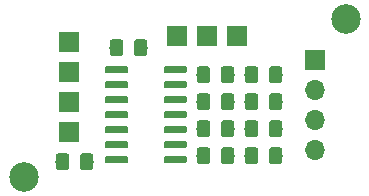
<source format=gbr>
G04 #@! TF.GenerationSoftware,KiCad,Pcbnew,5.1.2-f72e74a~84~ubuntu18.04.1*
G04 #@! TF.CreationDate,2019-07-02T23:06:04+08:00*
G04 #@! TF.ProjectId,cs4354-daughterboard,63733433-3534-42d6-9461-756768746572,rev?*
G04 #@! TF.SameCoordinates,Original*
G04 #@! TF.FileFunction,Soldermask,Top*
G04 #@! TF.FilePolarity,Negative*
%FSLAX46Y46*%
G04 Gerber Fmt 4.6, Leading zero omitted, Abs format (unit mm)*
G04 Created by KiCad (PCBNEW 5.1.2-f72e74a~84~ubuntu18.04.1) date 2019-07-02 23:06:04*
%MOMM*%
%LPD*%
G04 APERTURE LIST*
%ADD10C,2.500000*%
%ADD11C,0.100000*%
%ADD12C,1.150000*%
%ADD13C,0.600000*%
%ADD14R,1.700000X1.700000*%
%ADD15O,1.700000X1.700000*%
G04 APERTURE END LIST*
D10*
X151511000Y-58547000D03*
X124206000Y-71882000D03*
D11*
G36*
X141836505Y-67119204D02*
G01*
X141860773Y-67122804D01*
X141884572Y-67128765D01*
X141907671Y-67137030D01*
X141929850Y-67147520D01*
X141950893Y-67160132D01*
X141970599Y-67174747D01*
X141988777Y-67191223D01*
X142005253Y-67209401D01*
X142019868Y-67229107D01*
X142032480Y-67250150D01*
X142042970Y-67272329D01*
X142051235Y-67295428D01*
X142057196Y-67319227D01*
X142060796Y-67343495D01*
X142062000Y-67367999D01*
X142062000Y-68268001D01*
X142060796Y-68292505D01*
X142057196Y-68316773D01*
X142051235Y-68340572D01*
X142042970Y-68363671D01*
X142032480Y-68385850D01*
X142019868Y-68406893D01*
X142005253Y-68426599D01*
X141988777Y-68444777D01*
X141970599Y-68461253D01*
X141950893Y-68475868D01*
X141929850Y-68488480D01*
X141907671Y-68498970D01*
X141884572Y-68507235D01*
X141860773Y-68513196D01*
X141836505Y-68516796D01*
X141812001Y-68518000D01*
X141161999Y-68518000D01*
X141137495Y-68516796D01*
X141113227Y-68513196D01*
X141089428Y-68507235D01*
X141066329Y-68498970D01*
X141044150Y-68488480D01*
X141023107Y-68475868D01*
X141003401Y-68461253D01*
X140985223Y-68444777D01*
X140968747Y-68426599D01*
X140954132Y-68406893D01*
X140941520Y-68385850D01*
X140931030Y-68363671D01*
X140922765Y-68340572D01*
X140916804Y-68316773D01*
X140913204Y-68292505D01*
X140912000Y-68268001D01*
X140912000Y-67367999D01*
X140913204Y-67343495D01*
X140916804Y-67319227D01*
X140922765Y-67295428D01*
X140931030Y-67272329D01*
X140941520Y-67250150D01*
X140954132Y-67229107D01*
X140968747Y-67209401D01*
X140985223Y-67191223D01*
X141003401Y-67174747D01*
X141023107Y-67160132D01*
X141044150Y-67147520D01*
X141066329Y-67137030D01*
X141089428Y-67128765D01*
X141113227Y-67122804D01*
X141137495Y-67119204D01*
X141161999Y-67118000D01*
X141812001Y-67118000D01*
X141836505Y-67119204D01*
X141836505Y-67119204D01*
G37*
D12*
X141487000Y-67818000D03*
D11*
G36*
X139786505Y-67119204D02*
G01*
X139810773Y-67122804D01*
X139834572Y-67128765D01*
X139857671Y-67137030D01*
X139879850Y-67147520D01*
X139900893Y-67160132D01*
X139920599Y-67174747D01*
X139938777Y-67191223D01*
X139955253Y-67209401D01*
X139969868Y-67229107D01*
X139982480Y-67250150D01*
X139992970Y-67272329D01*
X140001235Y-67295428D01*
X140007196Y-67319227D01*
X140010796Y-67343495D01*
X140012000Y-67367999D01*
X140012000Y-68268001D01*
X140010796Y-68292505D01*
X140007196Y-68316773D01*
X140001235Y-68340572D01*
X139992970Y-68363671D01*
X139982480Y-68385850D01*
X139969868Y-68406893D01*
X139955253Y-68426599D01*
X139938777Y-68444777D01*
X139920599Y-68461253D01*
X139900893Y-68475868D01*
X139879850Y-68488480D01*
X139857671Y-68498970D01*
X139834572Y-68507235D01*
X139810773Y-68513196D01*
X139786505Y-68516796D01*
X139762001Y-68518000D01*
X139111999Y-68518000D01*
X139087495Y-68516796D01*
X139063227Y-68513196D01*
X139039428Y-68507235D01*
X139016329Y-68498970D01*
X138994150Y-68488480D01*
X138973107Y-68475868D01*
X138953401Y-68461253D01*
X138935223Y-68444777D01*
X138918747Y-68426599D01*
X138904132Y-68406893D01*
X138891520Y-68385850D01*
X138881030Y-68363671D01*
X138872765Y-68340572D01*
X138866804Y-68316773D01*
X138863204Y-68292505D01*
X138862000Y-68268001D01*
X138862000Y-67367999D01*
X138863204Y-67343495D01*
X138866804Y-67319227D01*
X138872765Y-67295428D01*
X138881030Y-67272329D01*
X138891520Y-67250150D01*
X138904132Y-67229107D01*
X138918747Y-67209401D01*
X138935223Y-67191223D01*
X138953401Y-67174747D01*
X138973107Y-67160132D01*
X138994150Y-67147520D01*
X139016329Y-67137030D01*
X139039428Y-67128765D01*
X139063227Y-67122804D01*
X139087495Y-67119204D01*
X139111999Y-67118000D01*
X139762001Y-67118000D01*
X139786505Y-67119204D01*
X139786505Y-67119204D01*
G37*
D12*
X139437000Y-67818000D03*
D11*
G36*
X145900505Y-69405204D02*
G01*
X145924773Y-69408804D01*
X145948572Y-69414765D01*
X145971671Y-69423030D01*
X145993850Y-69433520D01*
X146014893Y-69446132D01*
X146034599Y-69460747D01*
X146052777Y-69477223D01*
X146069253Y-69495401D01*
X146083868Y-69515107D01*
X146096480Y-69536150D01*
X146106970Y-69558329D01*
X146115235Y-69581428D01*
X146121196Y-69605227D01*
X146124796Y-69629495D01*
X146126000Y-69653999D01*
X146126000Y-70554001D01*
X146124796Y-70578505D01*
X146121196Y-70602773D01*
X146115235Y-70626572D01*
X146106970Y-70649671D01*
X146096480Y-70671850D01*
X146083868Y-70692893D01*
X146069253Y-70712599D01*
X146052777Y-70730777D01*
X146034599Y-70747253D01*
X146014893Y-70761868D01*
X145993850Y-70774480D01*
X145971671Y-70784970D01*
X145948572Y-70793235D01*
X145924773Y-70799196D01*
X145900505Y-70802796D01*
X145876001Y-70804000D01*
X145225999Y-70804000D01*
X145201495Y-70802796D01*
X145177227Y-70799196D01*
X145153428Y-70793235D01*
X145130329Y-70784970D01*
X145108150Y-70774480D01*
X145087107Y-70761868D01*
X145067401Y-70747253D01*
X145049223Y-70730777D01*
X145032747Y-70712599D01*
X145018132Y-70692893D01*
X145005520Y-70671850D01*
X144995030Y-70649671D01*
X144986765Y-70626572D01*
X144980804Y-70602773D01*
X144977204Y-70578505D01*
X144976000Y-70554001D01*
X144976000Y-69653999D01*
X144977204Y-69629495D01*
X144980804Y-69605227D01*
X144986765Y-69581428D01*
X144995030Y-69558329D01*
X145005520Y-69536150D01*
X145018132Y-69515107D01*
X145032747Y-69495401D01*
X145049223Y-69477223D01*
X145067401Y-69460747D01*
X145087107Y-69446132D01*
X145108150Y-69433520D01*
X145130329Y-69423030D01*
X145153428Y-69414765D01*
X145177227Y-69408804D01*
X145201495Y-69405204D01*
X145225999Y-69404000D01*
X145876001Y-69404000D01*
X145900505Y-69405204D01*
X145900505Y-69405204D01*
G37*
D12*
X145551000Y-70104000D03*
D11*
G36*
X143850505Y-69405204D02*
G01*
X143874773Y-69408804D01*
X143898572Y-69414765D01*
X143921671Y-69423030D01*
X143943850Y-69433520D01*
X143964893Y-69446132D01*
X143984599Y-69460747D01*
X144002777Y-69477223D01*
X144019253Y-69495401D01*
X144033868Y-69515107D01*
X144046480Y-69536150D01*
X144056970Y-69558329D01*
X144065235Y-69581428D01*
X144071196Y-69605227D01*
X144074796Y-69629495D01*
X144076000Y-69653999D01*
X144076000Y-70554001D01*
X144074796Y-70578505D01*
X144071196Y-70602773D01*
X144065235Y-70626572D01*
X144056970Y-70649671D01*
X144046480Y-70671850D01*
X144033868Y-70692893D01*
X144019253Y-70712599D01*
X144002777Y-70730777D01*
X143984599Y-70747253D01*
X143964893Y-70761868D01*
X143943850Y-70774480D01*
X143921671Y-70784970D01*
X143898572Y-70793235D01*
X143874773Y-70799196D01*
X143850505Y-70802796D01*
X143826001Y-70804000D01*
X143175999Y-70804000D01*
X143151495Y-70802796D01*
X143127227Y-70799196D01*
X143103428Y-70793235D01*
X143080329Y-70784970D01*
X143058150Y-70774480D01*
X143037107Y-70761868D01*
X143017401Y-70747253D01*
X142999223Y-70730777D01*
X142982747Y-70712599D01*
X142968132Y-70692893D01*
X142955520Y-70671850D01*
X142945030Y-70649671D01*
X142936765Y-70626572D01*
X142930804Y-70602773D01*
X142927204Y-70578505D01*
X142926000Y-70554001D01*
X142926000Y-69653999D01*
X142927204Y-69629495D01*
X142930804Y-69605227D01*
X142936765Y-69581428D01*
X142945030Y-69558329D01*
X142955520Y-69536150D01*
X142968132Y-69515107D01*
X142982747Y-69495401D01*
X142999223Y-69477223D01*
X143017401Y-69460747D01*
X143037107Y-69446132D01*
X143058150Y-69433520D01*
X143080329Y-69423030D01*
X143103428Y-69414765D01*
X143127227Y-69408804D01*
X143151495Y-69405204D01*
X143175999Y-69404000D01*
X143826001Y-69404000D01*
X143850505Y-69405204D01*
X143850505Y-69405204D01*
G37*
D12*
X143501000Y-70104000D03*
D11*
G36*
X141836505Y-69405204D02*
G01*
X141860773Y-69408804D01*
X141884572Y-69414765D01*
X141907671Y-69423030D01*
X141929850Y-69433520D01*
X141950893Y-69446132D01*
X141970599Y-69460747D01*
X141988777Y-69477223D01*
X142005253Y-69495401D01*
X142019868Y-69515107D01*
X142032480Y-69536150D01*
X142042970Y-69558329D01*
X142051235Y-69581428D01*
X142057196Y-69605227D01*
X142060796Y-69629495D01*
X142062000Y-69653999D01*
X142062000Y-70554001D01*
X142060796Y-70578505D01*
X142057196Y-70602773D01*
X142051235Y-70626572D01*
X142042970Y-70649671D01*
X142032480Y-70671850D01*
X142019868Y-70692893D01*
X142005253Y-70712599D01*
X141988777Y-70730777D01*
X141970599Y-70747253D01*
X141950893Y-70761868D01*
X141929850Y-70774480D01*
X141907671Y-70784970D01*
X141884572Y-70793235D01*
X141860773Y-70799196D01*
X141836505Y-70802796D01*
X141812001Y-70804000D01*
X141161999Y-70804000D01*
X141137495Y-70802796D01*
X141113227Y-70799196D01*
X141089428Y-70793235D01*
X141066329Y-70784970D01*
X141044150Y-70774480D01*
X141023107Y-70761868D01*
X141003401Y-70747253D01*
X140985223Y-70730777D01*
X140968747Y-70712599D01*
X140954132Y-70692893D01*
X140941520Y-70671850D01*
X140931030Y-70649671D01*
X140922765Y-70626572D01*
X140916804Y-70602773D01*
X140913204Y-70578505D01*
X140912000Y-70554001D01*
X140912000Y-69653999D01*
X140913204Y-69629495D01*
X140916804Y-69605227D01*
X140922765Y-69581428D01*
X140931030Y-69558329D01*
X140941520Y-69536150D01*
X140954132Y-69515107D01*
X140968747Y-69495401D01*
X140985223Y-69477223D01*
X141003401Y-69460747D01*
X141023107Y-69446132D01*
X141044150Y-69433520D01*
X141066329Y-69423030D01*
X141089428Y-69414765D01*
X141113227Y-69408804D01*
X141137495Y-69405204D01*
X141161999Y-69404000D01*
X141812001Y-69404000D01*
X141836505Y-69405204D01*
X141836505Y-69405204D01*
G37*
D12*
X141487000Y-70104000D03*
D11*
G36*
X139786505Y-69405204D02*
G01*
X139810773Y-69408804D01*
X139834572Y-69414765D01*
X139857671Y-69423030D01*
X139879850Y-69433520D01*
X139900893Y-69446132D01*
X139920599Y-69460747D01*
X139938777Y-69477223D01*
X139955253Y-69495401D01*
X139969868Y-69515107D01*
X139982480Y-69536150D01*
X139992970Y-69558329D01*
X140001235Y-69581428D01*
X140007196Y-69605227D01*
X140010796Y-69629495D01*
X140012000Y-69653999D01*
X140012000Y-70554001D01*
X140010796Y-70578505D01*
X140007196Y-70602773D01*
X140001235Y-70626572D01*
X139992970Y-70649671D01*
X139982480Y-70671850D01*
X139969868Y-70692893D01*
X139955253Y-70712599D01*
X139938777Y-70730777D01*
X139920599Y-70747253D01*
X139900893Y-70761868D01*
X139879850Y-70774480D01*
X139857671Y-70784970D01*
X139834572Y-70793235D01*
X139810773Y-70799196D01*
X139786505Y-70802796D01*
X139762001Y-70804000D01*
X139111999Y-70804000D01*
X139087495Y-70802796D01*
X139063227Y-70799196D01*
X139039428Y-70793235D01*
X139016329Y-70784970D01*
X138994150Y-70774480D01*
X138973107Y-70761868D01*
X138953401Y-70747253D01*
X138935223Y-70730777D01*
X138918747Y-70712599D01*
X138904132Y-70692893D01*
X138891520Y-70671850D01*
X138881030Y-70649671D01*
X138872765Y-70626572D01*
X138866804Y-70602773D01*
X138863204Y-70578505D01*
X138862000Y-70554001D01*
X138862000Y-69653999D01*
X138863204Y-69629495D01*
X138866804Y-69605227D01*
X138872765Y-69581428D01*
X138881030Y-69558329D01*
X138891520Y-69536150D01*
X138904132Y-69515107D01*
X138918747Y-69495401D01*
X138935223Y-69477223D01*
X138953401Y-69460747D01*
X138973107Y-69446132D01*
X138994150Y-69433520D01*
X139016329Y-69423030D01*
X139039428Y-69414765D01*
X139063227Y-69408804D01*
X139087495Y-69405204D01*
X139111999Y-69404000D01*
X139762001Y-69404000D01*
X139786505Y-69405204D01*
X139786505Y-69405204D01*
G37*
D12*
X139437000Y-70104000D03*
D11*
G36*
X145900505Y-67119204D02*
G01*
X145924773Y-67122804D01*
X145948572Y-67128765D01*
X145971671Y-67137030D01*
X145993850Y-67147520D01*
X146014893Y-67160132D01*
X146034599Y-67174747D01*
X146052777Y-67191223D01*
X146069253Y-67209401D01*
X146083868Y-67229107D01*
X146096480Y-67250150D01*
X146106970Y-67272329D01*
X146115235Y-67295428D01*
X146121196Y-67319227D01*
X146124796Y-67343495D01*
X146126000Y-67367999D01*
X146126000Y-68268001D01*
X146124796Y-68292505D01*
X146121196Y-68316773D01*
X146115235Y-68340572D01*
X146106970Y-68363671D01*
X146096480Y-68385850D01*
X146083868Y-68406893D01*
X146069253Y-68426599D01*
X146052777Y-68444777D01*
X146034599Y-68461253D01*
X146014893Y-68475868D01*
X145993850Y-68488480D01*
X145971671Y-68498970D01*
X145948572Y-68507235D01*
X145924773Y-68513196D01*
X145900505Y-68516796D01*
X145876001Y-68518000D01*
X145225999Y-68518000D01*
X145201495Y-68516796D01*
X145177227Y-68513196D01*
X145153428Y-68507235D01*
X145130329Y-68498970D01*
X145108150Y-68488480D01*
X145087107Y-68475868D01*
X145067401Y-68461253D01*
X145049223Y-68444777D01*
X145032747Y-68426599D01*
X145018132Y-68406893D01*
X145005520Y-68385850D01*
X144995030Y-68363671D01*
X144986765Y-68340572D01*
X144980804Y-68316773D01*
X144977204Y-68292505D01*
X144976000Y-68268001D01*
X144976000Y-67367999D01*
X144977204Y-67343495D01*
X144980804Y-67319227D01*
X144986765Y-67295428D01*
X144995030Y-67272329D01*
X145005520Y-67250150D01*
X145018132Y-67229107D01*
X145032747Y-67209401D01*
X145049223Y-67191223D01*
X145067401Y-67174747D01*
X145087107Y-67160132D01*
X145108150Y-67147520D01*
X145130329Y-67137030D01*
X145153428Y-67128765D01*
X145177227Y-67122804D01*
X145201495Y-67119204D01*
X145225999Y-67118000D01*
X145876001Y-67118000D01*
X145900505Y-67119204D01*
X145900505Y-67119204D01*
G37*
D12*
X145551000Y-67818000D03*
D11*
G36*
X143850505Y-67119204D02*
G01*
X143874773Y-67122804D01*
X143898572Y-67128765D01*
X143921671Y-67137030D01*
X143943850Y-67147520D01*
X143964893Y-67160132D01*
X143984599Y-67174747D01*
X144002777Y-67191223D01*
X144019253Y-67209401D01*
X144033868Y-67229107D01*
X144046480Y-67250150D01*
X144056970Y-67272329D01*
X144065235Y-67295428D01*
X144071196Y-67319227D01*
X144074796Y-67343495D01*
X144076000Y-67367999D01*
X144076000Y-68268001D01*
X144074796Y-68292505D01*
X144071196Y-68316773D01*
X144065235Y-68340572D01*
X144056970Y-68363671D01*
X144046480Y-68385850D01*
X144033868Y-68406893D01*
X144019253Y-68426599D01*
X144002777Y-68444777D01*
X143984599Y-68461253D01*
X143964893Y-68475868D01*
X143943850Y-68488480D01*
X143921671Y-68498970D01*
X143898572Y-68507235D01*
X143874773Y-68513196D01*
X143850505Y-68516796D01*
X143826001Y-68518000D01*
X143175999Y-68518000D01*
X143151495Y-68516796D01*
X143127227Y-68513196D01*
X143103428Y-68507235D01*
X143080329Y-68498970D01*
X143058150Y-68488480D01*
X143037107Y-68475868D01*
X143017401Y-68461253D01*
X142999223Y-68444777D01*
X142982747Y-68426599D01*
X142968132Y-68406893D01*
X142955520Y-68385850D01*
X142945030Y-68363671D01*
X142936765Y-68340572D01*
X142930804Y-68316773D01*
X142927204Y-68292505D01*
X142926000Y-68268001D01*
X142926000Y-67367999D01*
X142927204Y-67343495D01*
X142930804Y-67319227D01*
X142936765Y-67295428D01*
X142945030Y-67272329D01*
X142955520Y-67250150D01*
X142968132Y-67229107D01*
X142982747Y-67209401D01*
X142999223Y-67191223D01*
X143017401Y-67174747D01*
X143037107Y-67160132D01*
X143058150Y-67147520D01*
X143080329Y-67137030D01*
X143103428Y-67128765D01*
X143127227Y-67122804D01*
X143151495Y-67119204D01*
X143175999Y-67118000D01*
X143826001Y-67118000D01*
X143850505Y-67119204D01*
X143850505Y-67119204D01*
G37*
D12*
X143501000Y-67818000D03*
D11*
G36*
X137881984Y-62550463D02*
G01*
X137896545Y-62552623D01*
X137910824Y-62556200D01*
X137924684Y-62561159D01*
X137937991Y-62567453D01*
X137950617Y-62575021D01*
X137962440Y-62583789D01*
X137973347Y-62593675D01*
X137983233Y-62604582D01*
X137992001Y-62616405D01*
X137999569Y-62629031D01*
X138005863Y-62642338D01*
X138010822Y-62656198D01*
X138014399Y-62670477D01*
X138016559Y-62685038D01*
X138017281Y-62699741D01*
X138017281Y-62999741D01*
X138016559Y-63014444D01*
X138014399Y-63029005D01*
X138010822Y-63043284D01*
X138005863Y-63057144D01*
X137999569Y-63070451D01*
X137992001Y-63083077D01*
X137983233Y-63094900D01*
X137973347Y-63105807D01*
X137962440Y-63115693D01*
X137950617Y-63124461D01*
X137937991Y-63132029D01*
X137924684Y-63138323D01*
X137910824Y-63143282D01*
X137896545Y-63146859D01*
X137881984Y-63149019D01*
X137867281Y-63149741D01*
X136217281Y-63149741D01*
X136202578Y-63149019D01*
X136188017Y-63146859D01*
X136173738Y-63143282D01*
X136159878Y-63138323D01*
X136146571Y-63132029D01*
X136133945Y-63124461D01*
X136122122Y-63115693D01*
X136111215Y-63105807D01*
X136101329Y-63094900D01*
X136092561Y-63083077D01*
X136084993Y-63070451D01*
X136078699Y-63057144D01*
X136073740Y-63043284D01*
X136070163Y-63029005D01*
X136068003Y-63014444D01*
X136067281Y-62999741D01*
X136067281Y-62699741D01*
X136068003Y-62685038D01*
X136070163Y-62670477D01*
X136073740Y-62656198D01*
X136078699Y-62642338D01*
X136084993Y-62629031D01*
X136092561Y-62616405D01*
X136101329Y-62604582D01*
X136111215Y-62593675D01*
X136122122Y-62583789D01*
X136133945Y-62575021D01*
X136146571Y-62567453D01*
X136159878Y-62561159D01*
X136173738Y-62556200D01*
X136188017Y-62552623D01*
X136202578Y-62550463D01*
X136217281Y-62549741D01*
X137867281Y-62549741D01*
X137881984Y-62550463D01*
X137881984Y-62550463D01*
G37*
D13*
X137042281Y-62849741D03*
D11*
G36*
X137881984Y-63820463D02*
G01*
X137896545Y-63822623D01*
X137910824Y-63826200D01*
X137924684Y-63831159D01*
X137937991Y-63837453D01*
X137950617Y-63845021D01*
X137962440Y-63853789D01*
X137973347Y-63863675D01*
X137983233Y-63874582D01*
X137992001Y-63886405D01*
X137999569Y-63899031D01*
X138005863Y-63912338D01*
X138010822Y-63926198D01*
X138014399Y-63940477D01*
X138016559Y-63955038D01*
X138017281Y-63969741D01*
X138017281Y-64269741D01*
X138016559Y-64284444D01*
X138014399Y-64299005D01*
X138010822Y-64313284D01*
X138005863Y-64327144D01*
X137999569Y-64340451D01*
X137992001Y-64353077D01*
X137983233Y-64364900D01*
X137973347Y-64375807D01*
X137962440Y-64385693D01*
X137950617Y-64394461D01*
X137937991Y-64402029D01*
X137924684Y-64408323D01*
X137910824Y-64413282D01*
X137896545Y-64416859D01*
X137881984Y-64419019D01*
X137867281Y-64419741D01*
X136217281Y-64419741D01*
X136202578Y-64419019D01*
X136188017Y-64416859D01*
X136173738Y-64413282D01*
X136159878Y-64408323D01*
X136146571Y-64402029D01*
X136133945Y-64394461D01*
X136122122Y-64385693D01*
X136111215Y-64375807D01*
X136101329Y-64364900D01*
X136092561Y-64353077D01*
X136084993Y-64340451D01*
X136078699Y-64327144D01*
X136073740Y-64313284D01*
X136070163Y-64299005D01*
X136068003Y-64284444D01*
X136067281Y-64269741D01*
X136067281Y-63969741D01*
X136068003Y-63955038D01*
X136070163Y-63940477D01*
X136073740Y-63926198D01*
X136078699Y-63912338D01*
X136084993Y-63899031D01*
X136092561Y-63886405D01*
X136101329Y-63874582D01*
X136111215Y-63863675D01*
X136122122Y-63853789D01*
X136133945Y-63845021D01*
X136146571Y-63837453D01*
X136159878Y-63831159D01*
X136173738Y-63826200D01*
X136188017Y-63822623D01*
X136202578Y-63820463D01*
X136217281Y-63819741D01*
X137867281Y-63819741D01*
X137881984Y-63820463D01*
X137881984Y-63820463D01*
G37*
D13*
X137042281Y-64119741D03*
D11*
G36*
X137881984Y-65090463D02*
G01*
X137896545Y-65092623D01*
X137910824Y-65096200D01*
X137924684Y-65101159D01*
X137937991Y-65107453D01*
X137950617Y-65115021D01*
X137962440Y-65123789D01*
X137973347Y-65133675D01*
X137983233Y-65144582D01*
X137992001Y-65156405D01*
X137999569Y-65169031D01*
X138005863Y-65182338D01*
X138010822Y-65196198D01*
X138014399Y-65210477D01*
X138016559Y-65225038D01*
X138017281Y-65239741D01*
X138017281Y-65539741D01*
X138016559Y-65554444D01*
X138014399Y-65569005D01*
X138010822Y-65583284D01*
X138005863Y-65597144D01*
X137999569Y-65610451D01*
X137992001Y-65623077D01*
X137983233Y-65634900D01*
X137973347Y-65645807D01*
X137962440Y-65655693D01*
X137950617Y-65664461D01*
X137937991Y-65672029D01*
X137924684Y-65678323D01*
X137910824Y-65683282D01*
X137896545Y-65686859D01*
X137881984Y-65689019D01*
X137867281Y-65689741D01*
X136217281Y-65689741D01*
X136202578Y-65689019D01*
X136188017Y-65686859D01*
X136173738Y-65683282D01*
X136159878Y-65678323D01*
X136146571Y-65672029D01*
X136133945Y-65664461D01*
X136122122Y-65655693D01*
X136111215Y-65645807D01*
X136101329Y-65634900D01*
X136092561Y-65623077D01*
X136084993Y-65610451D01*
X136078699Y-65597144D01*
X136073740Y-65583284D01*
X136070163Y-65569005D01*
X136068003Y-65554444D01*
X136067281Y-65539741D01*
X136067281Y-65239741D01*
X136068003Y-65225038D01*
X136070163Y-65210477D01*
X136073740Y-65196198D01*
X136078699Y-65182338D01*
X136084993Y-65169031D01*
X136092561Y-65156405D01*
X136101329Y-65144582D01*
X136111215Y-65133675D01*
X136122122Y-65123789D01*
X136133945Y-65115021D01*
X136146571Y-65107453D01*
X136159878Y-65101159D01*
X136173738Y-65096200D01*
X136188017Y-65092623D01*
X136202578Y-65090463D01*
X136217281Y-65089741D01*
X137867281Y-65089741D01*
X137881984Y-65090463D01*
X137881984Y-65090463D01*
G37*
D13*
X137042281Y-65389741D03*
D11*
G36*
X137881984Y-66360463D02*
G01*
X137896545Y-66362623D01*
X137910824Y-66366200D01*
X137924684Y-66371159D01*
X137937991Y-66377453D01*
X137950617Y-66385021D01*
X137962440Y-66393789D01*
X137973347Y-66403675D01*
X137983233Y-66414582D01*
X137992001Y-66426405D01*
X137999569Y-66439031D01*
X138005863Y-66452338D01*
X138010822Y-66466198D01*
X138014399Y-66480477D01*
X138016559Y-66495038D01*
X138017281Y-66509741D01*
X138017281Y-66809741D01*
X138016559Y-66824444D01*
X138014399Y-66839005D01*
X138010822Y-66853284D01*
X138005863Y-66867144D01*
X137999569Y-66880451D01*
X137992001Y-66893077D01*
X137983233Y-66904900D01*
X137973347Y-66915807D01*
X137962440Y-66925693D01*
X137950617Y-66934461D01*
X137937991Y-66942029D01*
X137924684Y-66948323D01*
X137910824Y-66953282D01*
X137896545Y-66956859D01*
X137881984Y-66959019D01*
X137867281Y-66959741D01*
X136217281Y-66959741D01*
X136202578Y-66959019D01*
X136188017Y-66956859D01*
X136173738Y-66953282D01*
X136159878Y-66948323D01*
X136146571Y-66942029D01*
X136133945Y-66934461D01*
X136122122Y-66925693D01*
X136111215Y-66915807D01*
X136101329Y-66904900D01*
X136092561Y-66893077D01*
X136084993Y-66880451D01*
X136078699Y-66867144D01*
X136073740Y-66853284D01*
X136070163Y-66839005D01*
X136068003Y-66824444D01*
X136067281Y-66809741D01*
X136067281Y-66509741D01*
X136068003Y-66495038D01*
X136070163Y-66480477D01*
X136073740Y-66466198D01*
X136078699Y-66452338D01*
X136084993Y-66439031D01*
X136092561Y-66426405D01*
X136101329Y-66414582D01*
X136111215Y-66403675D01*
X136122122Y-66393789D01*
X136133945Y-66385021D01*
X136146571Y-66377453D01*
X136159878Y-66371159D01*
X136173738Y-66366200D01*
X136188017Y-66362623D01*
X136202578Y-66360463D01*
X136217281Y-66359741D01*
X137867281Y-66359741D01*
X137881984Y-66360463D01*
X137881984Y-66360463D01*
G37*
D13*
X137042281Y-66659741D03*
D11*
G36*
X137881984Y-67630463D02*
G01*
X137896545Y-67632623D01*
X137910824Y-67636200D01*
X137924684Y-67641159D01*
X137937991Y-67647453D01*
X137950617Y-67655021D01*
X137962440Y-67663789D01*
X137973347Y-67673675D01*
X137983233Y-67684582D01*
X137992001Y-67696405D01*
X137999569Y-67709031D01*
X138005863Y-67722338D01*
X138010822Y-67736198D01*
X138014399Y-67750477D01*
X138016559Y-67765038D01*
X138017281Y-67779741D01*
X138017281Y-68079741D01*
X138016559Y-68094444D01*
X138014399Y-68109005D01*
X138010822Y-68123284D01*
X138005863Y-68137144D01*
X137999569Y-68150451D01*
X137992001Y-68163077D01*
X137983233Y-68174900D01*
X137973347Y-68185807D01*
X137962440Y-68195693D01*
X137950617Y-68204461D01*
X137937991Y-68212029D01*
X137924684Y-68218323D01*
X137910824Y-68223282D01*
X137896545Y-68226859D01*
X137881984Y-68229019D01*
X137867281Y-68229741D01*
X136217281Y-68229741D01*
X136202578Y-68229019D01*
X136188017Y-68226859D01*
X136173738Y-68223282D01*
X136159878Y-68218323D01*
X136146571Y-68212029D01*
X136133945Y-68204461D01*
X136122122Y-68195693D01*
X136111215Y-68185807D01*
X136101329Y-68174900D01*
X136092561Y-68163077D01*
X136084993Y-68150451D01*
X136078699Y-68137144D01*
X136073740Y-68123284D01*
X136070163Y-68109005D01*
X136068003Y-68094444D01*
X136067281Y-68079741D01*
X136067281Y-67779741D01*
X136068003Y-67765038D01*
X136070163Y-67750477D01*
X136073740Y-67736198D01*
X136078699Y-67722338D01*
X136084993Y-67709031D01*
X136092561Y-67696405D01*
X136101329Y-67684582D01*
X136111215Y-67673675D01*
X136122122Y-67663789D01*
X136133945Y-67655021D01*
X136146571Y-67647453D01*
X136159878Y-67641159D01*
X136173738Y-67636200D01*
X136188017Y-67632623D01*
X136202578Y-67630463D01*
X136217281Y-67629741D01*
X137867281Y-67629741D01*
X137881984Y-67630463D01*
X137881984Y-67630463D01*
G37*
D13*
X137042281Y-67929741D03*
D11*
G36*
X137881984Y-68900463D02*
G01*
X137896545Y-68902623D01*
X137910824Y-68906200D01*
X137924684Y-68911159D01*
X137937991Y-68917453D01*
X137950617Y-68925021D01*
X137962440Y-68933789D01*
X137973347Y-68943675D01*
X137983233Y-68954582D01*
X137992001Y-68966405D01*
X137999569Y-68979031D01*
X138005863Y-68992338D01*
X138010822Y-69006198D01*
X138014399Y-69020477D01*
X138016559Y-69035038D01*
X138017281Y-69049741D01*
X138017281Y-69349741D01*
X138016559Y-69364444D01*
X138014399Y-69379005D01*
X138010822Y-69393284D01*
X138005863Y-69407144D01*
X137999569Y-69420451D01*
X137992001Y-69433077D01*
X137983233Y-69444900D01*
X137973347Y-69455807D01*
X137962440Y-69465693D01*
X137950617Y-69474461D01*
X137937991Y-69482029D01*
X137924684Y-69488323D01*
X137910824Y-69493282D01*
X137896545Y-69496859D01*
X137881984Y-69499019D01*
X137867281Y-69499741D01*
X136217281Y-69499741D01*
X136202578Y-69499019D01*
X136188017Y-69496859D01*
X136173738Y-69493282D01*
X136159878Y-69488323D01*
X136146571Y-69482029D01*
X136133945Y-69474461D01*
X136122122Y-69465693D01*
X136111215Y-69455807D01*
X136101329Y-69444900D01*
X136092561Y-69433077D01*
X136084993Y-69420451D01*
X136078699Y-69407144D01*
X136073740Y-69393284D01*
X136070163Y-69379005D01*
X136068003Y-69364444D01*
X136067281Y-69349741D01*
X136067281Y-69049741D01*
X136068003Y-69035038D01*
X136070163Y-69020477D01*
X136073740Y-69006198D01*
X136078699Y-68992338D01*
X136084993Y-68979031D01*
X136092561Y-68966405D01*
X136101329Y-68954582D01*
X136111215Y-68943675D01*
X136122122Y-68933789D01*
X136133945Y-68925021D01*
X136146571Y-68917453D01*
X136159878Y-68911159D01*
X136173738Y-68906200D01*
X136188017Y-68902623D01*
X136202578Y-68900463D01*
X136217281Y-68899741D01*
X137867281Y-68899741D01*
X137881984Y-68900463D01*
X137881984Y-68900463D01*
G37*
D13*
X137042281Y-69199741D03*
D11*
G36*
X137881984Y-70170463D02*
G01*
X137896545Y-70172623D01*
X137910824Y-70176200D01*
X137924684Y-70181159D01*
X137937991Y-70187453D01*
X137950617Y-70195021D01*
X137962440Y-70203789D01*
X137973347Y-70213675D01*
X137983233Y-70224582D01*
X137992001Y-70236405D01*
X137999569Y-70249031D01*
X138005863Y-70262338D01*
X138010822Y-70276198D01*
X138014399Y-70290477D01*
X138016559Y-70305038D01*
X138017281Y-70319741D01*
X138017281Y-70619741D01*
X138016559Y-70634444D01*
X138014399Y-70649005D01*
X138010822Y-70663284D01*
X138005863Y-70677144D01*
X137999569Y-70690451D01*
X137992001Y-70703077D01*
X137983233Y-70714900D01*
X137973347Y-70725807D01*
X137962440Y-70735693D01*
X137950617Y-70744461D01*
X137937991Y-70752029D01*
X137924684Y-70758323D01*
X137910824Y-70763282D01*
X137896545Y-70766859D01*
X137881984Y-70769019D01*
X137867281Y-70769741D01*
X136217281Y-70769741D01*
X136202578Y-70769019D01*
X136188017Y-70766859D01*
X136173738Y-70763282D01*
X136159878Y-70758323D01*
X136146571Y-70752029D01*
X136133945Y-70744461D01*
X136122122Y-70735693D01*
X136111215Y-70725807D01*
X136101329Y-70714900D01*
X136092561Y-70703077D01*
X136084993Y-70690451D01*
X136078699Y-70677144D01*
X136073740Y-70663284D01*
X136070163Y-70649005D01*
X136068003Y-70634444D01*
X136067281Y-70619741D01*
X136067281Y-70319741D01*
X136068003Y-70305038D01*
X136070163Y-70290477D01*
X136073740Y-70276198D01*
X136078699Y-70262338D01*
X136084993Y-70249031D01*
X136092561Y-70236405D01*
X136101329Y-70224582D01*
X136111215Y-70213675D01*
X136122122Y-70203789D01*
X136133945Y-70195021D01*
X136146571Y-70187453D01*
X136159878Y-70181159D01*
X136173738Y-70176200D01*
X136188017Y-70172623D01*
X136202578Y-70170463D01*
X136217281Y-70169741D01*
X137867281Y-70169741D01*
X137881984Y-70170463D01*
X137881984Y-70170463D01*
G37*
D13*
X137042281Y-70469741D03*
D11*
G36*
X132931984Y-70170463D02*
G01*
X132946545Y-70172623D01*
X132960824Y-70176200D01*
X132974684Y-70181159D01*
X132987991Y-70187453D01*
X133000617Y-70195021D01*
X133012440Y-70203789D01*
X133023347Y-70213675D01*
X133033233Y-70224582D01*
X133042001Y-70236405D01*
X133049569Y-70249031D01*
X133055863Y-70262338D01*
X133060822Y-70276198D01*
X133064399Y-70290477D01*
X133066559Y-70305038D01*
X133067281Y-70319741D01*
X133067281Y-70619741D01*
X133066559Y-70634444D01*
X133064399Y-70649005D01*
X133060822Y-70663284D01*
X133055863Y-70677144D01*
X133049569Y-70690451D01*
X133042001Y-70703077D01*
X133033233Y-70714900D01*
X133023347Y-70725807D01*
X133012440Y-70735693D01*
X133000617Y-70744461D01*
X132987991Y-70752029D01*
X132974684Y-70758323D01*
X132960824Y-70763282D01*
X132946545Y-70766859D01*
X132931984Y-70769019D01*
X132917281Y-70769741D01*
X131267281Y-70769741D01*
X131252578Y-70769019D01*
X131238017Y-70766859D01*
X131223738Y-70763282D01*
X131209878Y-70758323D01*
X131196571Y-70752029D01*
X131183945Y-70744461D01*
X131172122Y-70735693D01*
X131161215Y-70725807D01*
X131151329Y-70714900D01*
X131142561Y-70703077D01*
X131134993Y-70690451D01*
X131128699Y-70677144D01*
X131123740Y-70663284D01*
X131120163Y-70649005D01*
X131118003Y-70634444D01*
X131117281Y-70619741D01*
X131117281Y-70319741D01*
X131118003Y-70305038D01*
X131120163Y-70290477D01*
X131123740Y-70276198D01*
X131128699Y-70262338D01*
X131134993Y-70249031D01*
X131142561Y-70236405D01*
X131151329Y-70224582D01*
X131161215Y-70213675D01*
X131172122Y-70203789D01*
X131183945Y-70195021D01*
X131196571Y-70187453D01*
X131209878Y-70181159D01*
X131223738Y-70176200D01*
X131238017Y-70172623D01*
X131252578Y-70170463D01*
X131267281Y-70169741D01*
X132917281Y-70169741D01*
X132931984Y-70170463D01*
X132931984Y-70170463D01*
G37*
D13*
X132092281Y-70469741D03*
D11*
G36*
X132931984Y-68900463D02*
G01*
X132946545Y-68902623D01*
X132960824Y-68906200D01*
X132974684Y-68911159D01*
X132987991Y-68917453D01*
X133000617Y-68925021D01*
X133012440Y-68933789D01*
X133023347Y-68943675D01*
X133033233Y-68954582D01*
X133042001Y-68966405D01*
X133049569Y-68979031D01*
X133055863Y-68992338D01*
X133060822Y-69006198D01*
X133064399Y-69020477D01*
X133066559Y-69035038D01*
X133067281Y-69049741D01*
X133067281Y-69349741D01*
X133066559Y-69364444D01*
X133064399Y-69379005D01*
X133060822Y-69393284D01*
X133055863Y-69407144D01*
X133049569Y-69420451D01*
X133042001Y-69433077D01*
X133033233Y-69444900D01*
X133023347Y-69455807D01*
X133012440Y-69465693D01*
X133000617Y-69474461D01*
X132987991Y-69482029D01*
X132974684Y-69488323D01*
X132960824Y-69493282D01*
X132946545Y-69496859D01*
X132931984Y-69499019D01*
X132917281Y-69499741D01*
X131267281Y-69499741D01*
X131252578Y-69499019D01*
X131238017Y-69496859D01*
X131223738Y-69493282D01*
X131209878Y-69488323D01*
X131196571Y-69482029D01*
X131183945Y-69474461D01*
X131172122Y-69465693D01*
X131161215Y-69455807D01*
X131151329Y-69444900D01*
X131142561Y-69433077D01*
X131134993Y-69420451D01*
X131128699Y-69407144D01*
X131123740Y-69393284D01*
X131120163Y-69379005D01*
X131118003Y-69364444D01*
X131117281Y-69349741D01*
X131117281Y-69049741D01*
X131118003Y-69035038D01*
X131120163Y-69020477D01*
X131123740Y-69006198D01*
X131128699Y-68992338D01*
X131134993Y-68979031D01*
X131142561Y-68966405D01*
X131151329Y-68954582D01*
X131161215Y-68943675D01*
X131172122Y-68933789D01*
X131183945Y-68925021D01*
X131196571Y-68917453D01*
X131209878Y-68911159D01*
X131223738Y-68906200D01*
X131238017Y-68902623D01*
X131252578Y-68900463D01*
X131267281Y-68899741D01*
X132917281Y-68899741D01*
X132931984Y-68900463D01*
X132931984Y-68900463D01*
G37*
D13*
X132092281Y-69199741D03*
D11*
G36*
X132931984Y-67630463D02*
G01*
X132946545Y-67632623D01*
X132960824Y-67636200D01*
X132974684Y-67641159D01*
X132987991Y-67647453D01*
X133000617Y-67655021D01*
X133012440Y-67663789D01*
X133023347Y-67673675D01*
X133033233Y-67684582D01*
X133042001Y-67696405D01*
X133049569Y-67709031D01*
X133055863Y-67722338D01*
X133060822Y-67736198D01*
X133064399Y-67750477D01*
X133066559Y-67765038D01*
X133067281Y-67779741D01*
X133067281Y-68079741D01*
X133066559Y-68094444D01*
X133064399Y-68109005D01*
X133060822Y-68123284D01*
X133055863Y-68137144D01*
X133049569Y-68150451D01*
X133042001Y-68163077D01*
X133033233Y-68174900D01*
X133023347Y-68185807D01*
X133012440Y-68195693D01*
X133000617Y-68204461D01*
X132987991Y-68212029D01*
X132974684Y-68218323D01*
X132960824Y-68223282D01*
X132946545Y-68226859D01*
X132931984Y-68229019D01*
X132917281Y-68229741D01*
X131267281Y-68229741D01*
X131252578Y-68229019D01*
X131238017Y-68226859D01*
X131223738Y-68223282D01*
X131209878Y-68218323D01*
X131196571Y-68212029D01*
X131183945Y-68204461D01*
X131172122Y-68195693D01*
X131161215Y-68185807D01*
X131151329Y-68174900D01*
X131142561Y-68163077D01*
X131134993Y-68150451D01*
X131128699Y-68137144D01*
X131123740Y-68123284D01*
X131120163Y-68109005D01*
X131118003Y-68094444D01*
X131117281Y-68079741D01*
X131117281Y-67779741D01*
X131118003Y-67765038D01*
X131120163Y-67750477D01*
X131123740Y-67736198D01*
X131128699Y-67722338D01*
X131134993Y-67709031D01*
X131142561Y-67696405D01*
X131151329Y-67684582D01*
X131161215Y-67673675D01*
X131172122Y-67663789D01*
X131183945Y-67655021D01*
X131196571Y-67647453D01*
X131209878Y-67641159D01*
X131223738Y-67636200D01*
X131238017Y-67632623D01*
X131252578Y-67630463D01*
X131267281Y-67629741D01*
X132917281Y-67629741D01*
X132931984Y-67630463D01*
X132931984Y-67630463D01*
G37*
D13*
X132092281Y-67929741D03*
D11*
G36*
X132931984Y-66360463D02*
G01*
X132946545Y-66362623D01*
X132960824Y-66366200D01*
X132974684Y-66371159D01*
X132987991Y-66377453D01*
X133000617Y-66385021D01*
X133012440Y-66393789D01*
X133023347Y-66403675D01*
X133033233Y-66414582D01*
X133042001Y-66426405D01*
X133049569Y-66439031D01*
X133055863Y-66452338D01*
X133060822Y-66466198D01*
X133064399Y-66480477D01*
X133066559Y-66495038D01*
X133067281Y-66509741D01*
X133067281Y-66809741D01*
X133066559Y-66824444D01*
X133064399Y-66839005D01*
X133060822Y-66853284D01*
X133055863Y-66867144D01*
X133049569Y-66880451D01*
X133042001Y-66893077D01*
X133033233Y-66904900D01*
X133023347Y-66915807D01*
X133012440Y-66925693D01*
X133000617Y-66934461D01*
X132987991Y-66942029D01*
X132974684Y-66948323D01*
X132960824Y-66953282D01*
X132946545Y-66956859D01*
X132931984Y-66959019D01*
X132917281Y-66959741D01*
X131267281Y-66959741D01*
X131252578Y-66959019D01*
X131238017Y-66956859D01*
X131223738Y-66953282D01*
X131209878Y-66948323D01*
X131196571Y-66942029D01*
X131183945Y-66934461D01*
X131172122Y-66925693D01*
X131161215Y-66915807D01*
X131151329Y-66904900D01*
X131142561Y-66893077D01*
X131134993Y-66880451D01*
X131128699Y-66867144D01*
X131123740Y-66853284D01*
X131120163Y-66839005D01*
X131118003Y-66824444D01*
X131117281Y-66809741D01*
X131117281Y-66509741D01*
X131118003Y-66495038D01*
X131120163Y-66480477D01*
X131123740Y-66466198D01*
X131128699Y-66452338D01*
X131134993Y-66439031D01*
X131142561Y-66426405D01*
X131151329Y-66414582D01*
X131161215Y-66403675D01*
X131172122Y-66393789D01*
X131183945Y-66385021D01*
X131196571Y-66377453D01*
X131209878Y-66371159D01*
X131223738Y-66366200D01*
X131238017Y-66362623D01*
X131252578Y-66360463D01*
X131267281Y-66359741D01*
X132917281Y-66359741D01*
X132931984Y-66360463D01*
X132931984Y-66360463D01*
G37*
D13*
X132092281Y-66659741D03*
D11*
G36*
X132931984Y-65090463D02*
G01*
X132946545Y-65092623D01*
X132960824Y-65096200D01*
X132974684Y-65101159D01*
X132987991Y-65107453D01*
X133000617Y-65115021D01*
X133012440Y-65123789D01*
X133023347Y-65133675D01*
X133033233Y-65144582D01*
X133042001Y-65156405D01*
X133049569Y-65169031D01*
X133055863Y-65182338D01*
X133060822Y-65196198D01*
X133064399Y-65210477D01*
X133066559Y-65225038D01*
X133067281Y-65239741D01*
X133067281Y-65539741D01*
X133066559Y-65554444D01*
X133064399Y-65569005D01*
X133060822Y-65583284D01*
X133055863Y-65597144D01*
X133049569Y-65610451D01*
X133042001Y-65623077D01*
X133033233Y-65634900D01*
X133023347Y-65645807D01*
X133012440Y-65655693D01*
X133000617Y-65664461D01*
X132987991Y-65672029D01*
X132974684Y-65678323D01*
X132960824Y-65683282D01*
X132946545Y-65686859D01*
X132931984Y-65689019D01*
X132917281Y-65689741D01*
X131267281Y-65689741D01*
X131252578Y-65689019D01*
X131238017Y-65686859D01*
X131223738Y-65683282D01*
X131209878Y-65678323D01*
X131196571Y-65672029D01*
X131183945Y-65664461D01*
X131172122Y-65655693D01*
X131161215Y-65645807D01*
X131151329Y-65634900D01*
X131142561Y-65623077D01*
X131134993Y-65610451D01*
X131128699Y-65597144D01*
X131123740Y-65583284D01*
X131120163Y-65569005D01*
X131118003Y-65554444D01*
X131117281Y-65539741D01*
X131117281Y-65239741D01*
X131118003Y-65225038D01*
X131120163Y-65210477D01*
X131123740Y-65196198D01*
X131128699Y-65182338D01*
X131134993Y-65169031D01*
X131142561Y-65156405D01*
X131151329Y-65144582D01*
X131161215Y-65133675D01*
X131172122Y-65123789D01*
X131183945Y-65115021D01*
X131196571Y-65107453D01*
X131209878Y-65101159D01*
X131223738Y-65096200D01*
X131238017Y-65092623D01*
X131252578Y-65090463D01*
X131267281Y-65089741D01*
X132917281Y-65089741D01*
X132931984Y-65090463D01*
X132931984Y-65090463D01*
G37*
D13*
X132092281Y-65389741D03*
D11*
G36*
X132931984Y-63820463D02*
G01*
X132946545Y-63822623D01*
X132960824Y-63826200D01*
X132974684Y-63831159D01*
X132987991Y-63837453D01*
X133000617Y-63845021D01*
X133012440Y-63853789D01*
X133023347Y-63863675D01*
X133033233Y-63874582D01*
X133042001Y-63886405D01*
X133049569Y-63899031D01*
X133055863Y-63912338D01*
X133060822Y-63926198D01*
X133064399Y-63940477D01*
X133066559Y-63955038D01*
X133067281Y-63969741D01*
X133067281Y-64269741D01*
X133066559Y-64284444D01*
X133064399Y-64299005D01*
X133060822Y-64313284D01*
X133055863Y-64327144D01*
X133049569Y-64340451D01*
X133042001Y-64353077D01*
X133033233Y-64364900D01*
X133023347Y-64375807D01*
X133012440Y-64385693D01*
X133000617Y-64394461D01*
X132987991Y-64402029D01*
X132974684Y-64408323D01*
X132960824Y-64413282D01*
X132946545Y-64416859D01*
X132931984Y-64419019D01*
X132917281Y-64419741D01*
X131267281Y-64419741D01*
X131252578Y-64419019D01*
X131238017Y-64416859D01*
X131223738Y-64413282D01*
X131209878Y-64408323D01*
X131196571Y-64402029D01*
X131183945Y-64394461D01*
X131172122Y-64385693D01*
X131161215Y-64375807D01*
X131151329Y-64364900D01*
X131142561Y-64353077D01*
X131134993Y-64340451D01*
X131128699Y-64327144D01*
X131123740Y-64313284D01*
X131120163Y-64299005D01*
X131118003Y-64284444D01*
X131117281Y-64269741D01*
X131117281Y-63969741D01*
X131118003Y-63955038D01*
X131120163Y-63940477D01*
X131123740Y-63926198D01*
X131128699Y-63912338D01*
X131134993Y-63899031D01*
X131142561Y-63886405D01*
X131151329Y-63874582D01*
X131161215Y-63863675D01*
X131172122Y-63853789D01*
X131183945Y-63845021D01*
X131196571Y-63837453D01*
X131209878Y-63831159D01*
X131223738Y-63826200D01*
X131238017Y-63822623D01*
X131252578Y-63820463D01*
X131267281Y-63819741D01*
X132917281Y-63819741D01*
X132931984Y-63820463D01*
X132931984Y-63820463D01*
G37*
D13*
X132092281Y-64119741D03*
D11*
G36*
X132931984Y-62550463D02*
G01*
X132946545Y-62552623D01*
X132960824Y-62556200D01*
X132974684Y-62561159D01*
X132987991Y-62567453D01*
X133000617Y-62575021D01*
X133012440Y-62583789D01*
X133023347Y-62593675D01*
X133033233Y-62604582D01*
X133042001Y-62616405D01*
X133049569Y-62629031D01*
X133055863Y-62642338D01*
X133060822Y-62656198D01*
X133064399Y-62670477D01*
X133066559Y-62685038D01*
X133067281Y-62699741D01*
X133067281Y-62999741D01*
X133066559Y-63014444D01*
X133064399Y-63029005D01*
X133060822Y-63043284D01*
X133055863Y-63057144D01*
X133049569Y-63070451D01*
X133042001Y-63083077D01*
X133033233Y-63094900D01*
X133023347Y-63105807D01*
X133012440Y-63115693D01*
X133000617Y-63124461D01*
X132987991Y-63132029D01*
X132974684Y-63138323D01*
X132960824Y-63143282D01*
X132946545Y-63146859D01*
X132931984Y-63149019D01*
X132917281Y-63149741D01*
X131267281Y-63149741D01*
X131252578Y-63149019D01*
X131238017Y-63146859D01*
X131223738Y-63143282D01*
X131209878Y-63138323D01*
X131196571Y-63132029D01*
X131183945Y-63124461D01*
X131172122Y-63115693D01*
X131161215Y-63105807D01*
X131151329Y-63094900D01*
X131142561Y-63083077D01*
X131134993Y-63070451D01*
X131128699Y-63057144D01*
X131123740Y-63043284D01*
X131120163Y-63029005D01*
X131118003Y-63014444D01*
X131117281Y-62999741D01*
X131117281Y-62699741D01*
X131118003Y-62685038D01*
X131120163Y-62670477D01*
X131123740Y-62656198D01*
X131128699Y-62642338D01*
X131134993Y-62629031D01*
X131142561Y-62616405D01*
X131151329Y-62604582D01*
X131161215Y-62593675D01*
X131172122Y-62583789D01*
X131183945Y-62575021D01*
X131196571Y-62567453D01*
X131209878Y-62561159D01*
X131223738Y-62556200D01*
X131238017Y-62552623D01*
X131252578Y-62550463D01*
X131267281Y-62549741D01*
X132917281Y-62549741D01*
X132931984Y-62550463D01*
X132931984Y-62550463D01*
G37*
D13*
X132092281Y-62849741D03*
D11*
G36*
X145900505Y-62547204D02*
G01*
X145924773Y-62550804D01*
X145948572Y-62556765D01*
X145971671Y-62565030D01*
X145993850Y-62575520D01*
X146014893Y-62588132D01*
X146034599Y-62602747D01*
X146052777Y-62619223D01*
X146069253Y-62637401D01*
X146083868Y-62657107D01*
X146096480Y-62678150D01*
X146106970Y-62700329D01*
X146115235Y-62723428D01*
X146121196Y-62747227D01*
X146124796Y-62771495D01*
X146126000Y-62795999D01*
X146126000Y-63696001D01*
X146124796Y-63720505D01*
X146121196Y-63744773D01*
X146115235Y-63768572D01*
X146106970Y-63791671D01*
X146096480Y-63813850D01*
X146083868Y-63834893D01*
X146069253Y-63854599D01*
X146052777Y-63872777D01*
X146034599Y-63889253D01*
X146014893Y-63903868D01*
X145993850Y-63916480D01*
X145971671Y-63926970D01*
X145948572Y-63935235D01*
X145924773Y-63941196D01*
X145900505Y-63944796D01*
X145876001Y-63946000D01*
X145225999Y-63946000D01*
X145201495Y-63944796D01*
X145177227Y-63941196D01*
X145153428Y-63935235D01*
X145130329Y-63926970D01*
X145108150Y-63916480D01*
X145087107Y-63903868D01*
X145067401Y-63889253D01*
X145049223Y-63872777D01*
X145032747Y-63854599D01*
X145018132Y-63834893D01*
X145005520Y-63813850D01*
X144995030Y-63791671D01*
X144986765Y-63768572D01*
X144980804Y-63744773D01*
X144977204Y-63720505D01*
X144976000Y-63696001D01*
X144976000Y-62795999D01*
X144977204Y-62771495D01*
X144980804Y-62747227D01*
X144986765Y-62723428D01*
X144995030Y-62700329D01*
X145005520Y-62678150D01*
X145018132Y-62657107D01*
X145032747Y-62637401D01*
X145049223Y-62619223D01*
X145067401Y-62602747D01*
X145087107Y-62588132D01*
X145108150Y-62575520D01*
X145130329Y-62565030D01*
X145153428Y-62556765D01*
X145177227Y-62550804D01*
X145201495Y-62547204D01*
X145225999Y-62546000D01*
X145876001Y-62546000D01*
X145900505Y-62547204D01*
X145900505Y-62547204D01*
G37*
D12*
X145551000Y-63246000D03*
D11*
G36*
X143850505Y-62547204D02*
G01*
X143874773Y-62550804D01*
X143898572Y-62556765D01*
X143921671Y-62565030D01*
X143943850Y-62575520D01*
X143964893Y-62588132D01*
X143984599Y-62602747D01*
X144002777Y-62619223D01*
X144019253Y-62637401D01*
X144033868Y-62657107D01*
X144046480Y-62678150D01*
X144056970Y-62700329D01*
X144065235Y-62723428D01*
X144071196Y-62747227D01*
X144074796Y-62771495D01*
X144076000Y-62795999D01*
X144076000Y-63696001D01*
X144074796Y-63720505D01*
X144071196Y-63744773D01*
X144065235Y-63768572D01*
X144056970Y-63791671D01*
X144046480Y-63813850D01*
X144033868Y-63834893D01*
X144019253Y-63854599D01*
X144002777Y-63872777D01*
X143984599Y-63889253D01*
X143964893Y-63903868D01*
X143943850Y-63916480D01*
X143921671Y-63926970D01*
X143898572Y-63935235D01*
X143874773Y-63941196D01*
X143850505Y-63944796D01*
X143826001Y-63946000D01*
X143175999Y-63946000D01*
X143151495Y-63944796D01*
X143127227Y-63941196D01*
X143103428Y-63935235D01*
X143080329Y-63926970D01*
X143058150Y-63916480D01*
X143037107Y-63903868D01*
X143017401Y-63889253D01*
X142999223Y-63872777D01*
X142982747Y-63854599D01*
X142968132Y-63834893D01*
X142955520Y-63813850D01*
X142945030Y-63791671D01*
X142936765Y-63768572D01*
X142930804Y-63744773D01*
X142927204Y-63720505D01*
X142926000Y-63696001D01*
X142926000Y-62795999D01*
X142927204Y-62771495D01*
X142930804Y-62747227D01*
X142936765Y-62723428D01*
X142945030Y-62700329D01*
X142955520Y-62678150D01*
X142968132Y-62657107D01*
X142982747Y-62637401D01*
X142999223Y-62619223D01*
X143017401Y-62602747D01*
X143037107Y-62588132D01*
X143058150Y-62575520D01*
X143080329Y-62565030D01*
X143103428Y-62556765D01*
X143127227Y-62550804D01*
X143151495Y-62547204D01*
X143175999Y-62546000D01*
X143826001Y-62546000D01*
X143850505Y-62547204D01*
X143850505Y-62547204D01*
G37*
D12*
X143501000Y-63246000D03*
D14*
X137160000Y-59944000D03*
X142240000Y-59944000D03*
D15*
X148844000Y-69596000D03*
X148844000Y-67056000D03*
X148844000Y-64516000D03*
D14*
X148844000Y-61976000D03*
X128016000Y-68072000D03*
X128016000Y-65532000D03*
X128016000Y-62992000D03*
X128016000Y-60479741D03*
X139700000Y-59944000D03*
D11*
G36*
X145900505Y-64833204D02*
G01*
X145924773Y-64836804D01*
X145948572Y-64842765D01*
X145971671Y-64851030D01*
X145993850Y-64861520D01*
X146014893Y-64874132D01*
X146034599Y-64888747D01*
X146052777Y-64905223D01*
X146069253Y-64923401D01*
X146083868Y-64943107D01*
X146096480Y-64964150D01*
X146106970Y-64986329D01*
X146115235Y-65009428D01*
X146121196Y-65033227D01*
X146124796Y-65057495D01*
X146126000Y-65081999D01*
X146126000Y-65982001D01*
X146124796Y-66006505D01*
X146121196Y-66030773D01*
X146115235Y-66054572D01*
X146106970Y-66077671D01*
X146096480Y-66099850D01*
X146083868Y-66120893D01*
X146069253Y-66140599D01*
X146052777Y-66158777D01*
X146034599Y-66175253D01*
X146014893Y-66189868D01*
X145993850Y-66202480D01*
X145971671Y-66212970D01*
X145948572Y-66221235D01*
X145924773Y-66227196D01*
X145900505Y-66230796D01*
X145876001Y-66232000D01*
X145225999Y-66232000D01*
X145201495Y-66230796D01*
X145177227Y-66227196D01*
X145153428Y-66221235D01*
X145130329Y-66212970D01*
X145108150Y-66202480D01*
X145087107Y-66189868D01*
X145067401Y-66175253D01*
X145049223Y-66158777D01*
X145032747Y-66140599D01*
X145018132Y-66120893D01*
X145005520Y-66099850D01*
X144995030Y-66077671D01*
X144986765Y-66054572D01*
X144980804Y-66030773D01*
X144977204Y-66006505D01*
X144976000Y-65982001D01*
X144976000Y-65081999D01*
X144977204Y-65057495D01*
X144980804Y-65033227D01*
X144986765Y-65009428D01*
X144995030Y-64986329D01*
X145005520Y-64964150D01*
X145018132Y-64943107D01*
X145032747Y-64923401D01*
X145049223Y-64905223D01*
X145067401Y-64888747D01*
X145087107Y-64874132D01*
X145108150Y-64861520D01*
X145130329Y-64851030D01*
X145153428Y-64842765D01*
X145177227Y-64836804D01*
X145201495Y-64833204D01*
X145225999Y-64832000D01*
X145876001Y-64832000D01*
X145900505Y-64833204D01*
X145900505Y-64833204D01*
G37*
D12*
X145551000Y-65532000D03*
D11*
G36*
X143850505Y-64833204D02*
G01*
X143874773Y-64836804D01*
X143898572Y-64842765D01*
X143921671Y-64851030D01*
X143943850Y-64861520D01*
X143964893Y-64874132D01*
X143984599Y-64888747D01*
X144002777Y-64905223D01*
X144019253Y-64923401D01*
X144033868Y-64943107D01*
X144046480Y-64964150D01*
X144056970Y-64986329D01*
X144065235Y-65009428D01*
X144071196Y-65033227D01*
X144074796Y-65057495D01*
X144076000Y-65081999D01*
X144076000Y-65982001D01*
X144074796Y-66006505D01*
X144071196Y-66030773D01*
X144065235Y-66054572D01*
X144056970Y-66077671D01*
X144046480Y-66099850D01*
X144033868Y-66120893D01*
X144019253Y-66140599D01*
X144002777Y-66158777D01*
X143984599Y-66175253D01*
X143964893Y-66189868D01*
X143943850Y-66202480D01*
X143921671Y-66212970D01*
X143898572Y-66221235D01*
X143874773Y-66227196D01*
X143850505Y-66230796D01*
X143826001Y-66232000D01*
X143175999Y-66232000D01*
X143151495Y-66230796D01*
X143127227Y-66227196D01*
X143103428Y-66221235D01*
X143080329Y-66212970D01*
X143058150Y-66202480D01*
X143037107Y-66189868D01*
X143017401Y-66175253D01*
X142999223Y-66158777D01*
X142982747Y-66140599D01*
X142968132Y-66120893D01*
X142955520Y-66099850D01*
X142945030Y-66077671D01*
X142936765Y-66054572D01*
X142930804Y-66030773D01*
X142927204Y-66006505D01*
X142926000Y-65982001D01*
X142926000Y-65081999D01*
X142927204Y-65057495D01*
X142930804Y-65033227D01*
X142936765Y-65009428D01*
X142945030Y-64986329D01*
X142955520Y-64964150D01*
X142968132Y-64943107D01*
X142982747Y-64923401D01*
X142999223Y-64905223D01*
X143017401Y-64888747D01*
X143037107Y-64874132D01*
X143058150Y-64861520D01*
X143080329Y-64851030D01*
X143103428Y-64842765D01*
X143127227Y-64836804D01*
X143151495Y-64833204D01*
X143175999Y-64832000D01*
X143826001Y-64832000D01*
X143850505Y-64833204D01*
X143850505Y-64833204D01*
G37*
D12*
X143501000Y-65532000D03*
D11*
G36*
X141836505Y-64833204D02*
G01*
X141860773Y-64836804D01*
X141884572Y-64842765D01*
X141907671Y-64851030D01*
X141929850Y-64861520D01*
X141950893Y-64874132D01*
X141970599Y-64888747D01*
X141988777Y-64905223D01*
X142005253Y-64923401D01*
X142019868Y-64943107D01*
X142032480Y-64964150D01*
X142042970Y-64986329D01*
X142051235Y-65009428D01*
X142057196Y-65033227D01*
X142060796Y-65057495D01*
X142062000Y-65081999D01*
X142062000Y-65982001D01*
X142060796Y-66006505D01*
X142057196Y-66030773D01*
X142051235Y-66054572D01*
X142042970Y-66077671D01*
X142032480Y-66099850D01*
X142019868Y-66120893D01*
X142005253Y-66140599D01*
X141988777Y-66158777D01*
X141970599Y-66175253D01*
X141950893Y-66189868D01*
X141929850Y-66202480D01*
X141907671Y-66212970D01*
X141884572Y-66221235D01*
X141860773Y-66227196D01*
X141836505Y-66230796D01*
X141812001Y-66232000D01*
X141161999Y-66232000D01*
X141137495Y-66230796D01*
X141113227Y-66227196D01*
X141089428Y-66221235D01*
X141066329Y-66212970D01*
X141044150Y-66202480D01*
X141023107Y-66189868D01*
X141003401Y-66175253D01*
X140985223Y-66158777D01*
X140968747Y-66140599D01*
X140954132Y-66120893D01*
X140941520Y-66099850D01*
X140931030Y-66077671D01*
X140922765Y-66054572D01*
X140916804Y-66030773D01*
X140913204Y-66006505D01*
X140912000Y-65982001D01*
X140912000Y-65081999D01*
X140913204Y-65057495D01*
X140916804Y-65033227D01*
X140922765Y-65009428D01*
X140931030Y-64986329D01*
X140941520Y-64964150D01*
X140954132Y-64943107D01*
X140968747Y-64923401D01*
X140985223Y-64905223D01*
X141003401Y-64888747D01*
X141023107Y-64874132D01*
X141044150Y-64861520D01*
X141066329Y-64851030D01*
X141089428Y-64842765D01*
X141113227Y-64836804D01*
X141137495Y-64833204D01*
X141161999Y-64832000D01*
X141812001Y-64832000D01*
X141836505Y-64833204D01*
X141836505Y-64833204D01*
G37*
D12*
X141487000Y-65532000D03*
D11*
G36*
X139786505Y-64833204D02*
G01*
X139810773Y-64836804D01*
X139834572Y-64842765D01*
X139857671Y-64851030D01*
X139879850Y-64861520D01*
X139900893Y-64874132D01*
X139920599Y-64888747D01*
X139938777Y-64905223D01*
X139955253Y-64923401D01*
X139969868Y-64943107D01*
X139982480Y-64964150D01*
X139992970Y-64986329D01*
X140001235Y-65009428D01*
X140007196Y-65033227D01*
X140010796Y-65057495D01*
X140012000Y-65081999D01*
X140012000Y-65982001D01*
X140010796Y-66006505D01*
X140007196Y-66030773D01*
X140001235Y-66054572D01*
X139992970Y-66077671D01*
X139982480Y-66099850D01*
X139969868Y-66120893D01*
X139955253Y-66140599D01*
X139938777Y-66158777D01*
X139920599Y-66175253D01*
X139900893Y-66189868D01*
X139879850Y-66202480D01*
X139857671Y-66212970D01*
X139834572Y-66221235D01*
X139810773Y-66227196D01*
X139786505Y-66230796D01*
X139762001Y-66232000D01*
X139111999Y-66232000D01*
X139087495Y-66230796D01*
X139063227Y-66227196D01*
X139039428Y-66221235D01*
X139016329Y-66212970D01*
X138994150Y-66202480D01*
X138973107Y-66189868D01*
X138953401Y-66175253D01*
X138935223Y-66158777D01*
X138918747Y-66140599D01*
X138904132Y-66120893D01*
X138891520Y-66099850D01*
X138881030Y-66077671D01*
X138872765Y-66054572D01*
X138866804Y-66030773D01*
X138863204Y-66006505D01*
X138862000Y-65982001D01*
X138862000Y-65081999D01*
X138863204Y-65057495D01*
X138866804Y-65033227D01*
X138872765Y-65009428D01*
X138881030Y-64986329D01*
X138891520Y-64964150D01*
X138904132Y-64943107D01*
X138918747Y-64923401D01*
X138935223Y-64905223D01*
X138953401Y-64888747D01*
X138973107Y-64874132D01*
X138994150Y-64861520D01*
X139016329Y-64851030D01*
X139039428Y-64842765D01*
X139063227Y-64836804D01*
X139087495Y-64833204D01*
X139111999Y-64832000D01*
X139762001Y-64832000D01*
X139786505Y-64833204D01*
X139786505Y-64833204D01*
G37*
D12*
X139437000Y-65532000D03*
D11*
G36*
X139777505Y-62547204D02*
G01*
X139801773Y-62550804D01*
X139825572Y-62556765D01*
X139848671Y-62565030D01*
X139870850Y-62575520D01*
X139891893Y-62588132D01*
X139911599Y-62602747D01*
X139929777Y-62619223D01*
X139946253Y-62637401D01*
X139960868Y-62657107D01*
X139973480Y-62678150D01*
X139983970Y-62700329D01*
X139992235Y-62723428D01*
X139998196Y-62747227D01*
X140001796Y-62771495D01*
X140003000Y-62795999D01*
X140003000Y-63696001D01*
X140001796Y-63720505D01*
X139998196Y-63744773D01*
X139992235Y-63768572D01*
X139983970Y-63791671D01*
X139973480Y-63813850D01*
X139960868Y-63834893D01*
X139946253Y-63854599D01*
X139929777Y-63872777D01*
X139911599Y-63889253D01*
X139891893Y-63903868D01*
X139870850Y-63916480D01*
X139848671Y-63926970D01*
X139825572Y-63935235D01*
X139801773Y-63941196D01*
X139777505Y-63944796D01*
X139753001Y-63946000D01*
X139102999Y-63946000D01*
X139078495Y-63944796D01*
X139054227Y-63941196D01*
X139030428Y-63935235D01*
X139007329Y-63926970D01*
X138985150Y-63916480D01*
X138964107Y-63903868D01*
X138944401Y-63889253D01*
X138926223Y-63872777D01*
X138909747Y-63854599D01*
X138895132Y-63834893D01*
X138882520Y-63813850D01*
X138872030Y-63791671D01*
X138863765Y-63768572D01*
X138857804Y-63744773D01*
X138854204Y-63720505D01*
X138853000Y-63696001D01*
X138853000Y-62795999D01*
X138854204Y-62771495D01*
X138857804Y-62747227D01*
X138863765Y-62723428D01*
X138872030Y-62700329D01*
X138882520Y-62678150D01*
X138895132Y-62657107D01*
X138909747Y-62637401D01*
X138926223Y-62619223D01*
X138944401Y-62602747D01*
X138964107Y-62588132D01*
X138985150Y-62575520D01*
X139007329Y-62565030D01*
X139030428Y-62556765D01*
X139054227Y-62550804D01*
X139078495Y-62547204D01*
X139102999Y-62546000D01*
X139753001Y-62546000D01*
X139777505Y-62547204D01*
X139777505Y-62547204D01*
G37*
D12*
X139428000Y-63246000D03*
D11*
G36*
X141827505Y-62547204D02*
G01*
X141851773Y-62550804D01*
X141875572Y-62556765D01*
X141898671Y-62565030D01*
X141920850Y-62575520D01*
X141941893Y-62588132D01*
X141961599Y-62602747D01*
X141979777Y-62619223D01*
X141996253Y-62637401D01*
X142010868Y-62657107D01*
X142023480Y-62678150D01*
X142033970Y-62700329D01*
X142042235Y-62723428D01*
X142048196Y-62747227D01*
X142051796Y-62771495D01*
X142053000Y-62795999D01*
X142053000Y-63696001D01*
X142051796Y-63720505D01*
X142048196Y-63744773D01*
X142042235Y-63768572D01*
X142033970Y-63791671D01*
X142023480Y-63813850D01*
X142010868Y-63834893D01*
X141996253Y-63854599D01*
X141979777Y-63872777D01*
X141961599Y-63889253D01*
X141941893Y-63903868D01*
X141920850Y-63916480D01*
X141898671Y-63926970D01*
X141875572Y-63935235D01*
X141851773Y-63941196D01*
X141827505Y-63944796D01*
X141803001Y-63946000D01*
X141152999Y-63946000D01*
X141128495Y-63944796D01*
X141104227Y-63941196D01*
X141080428Y-63935235D01*
X141057329Y-63926970D01*
X141035150Y-63916480D01*
X141014107Y-63903868D01*
X140994401Y-63889253D01*
X140976223Y-63872777D01*
X140959747Y-63854599D01*
X140945132Y-63834893D01*
X140932520Y-63813850D01*
X140922030Y-63791671D01*
X140913765Y-63768572D01*
X140907804Y-63744773D01*
X140904204Y-63720505D01*
X140903000Y-63696001D01*
X140903000Y-62795999D01*
X140904204Y-62771495D01*
X140907804Y-62747227D01*
X140913765Y-62723428D01*
X140922030Y-62700329D01*
X140932520Y-62678150D01*
X140945132Y-62657107D01*
X140959747Y-62637401D01*
X140976223Y-62619223D01*
X140994401Y-62602747D01*
X141014107Y-62588132D01*
X141035150Y-62575520D01*
X141057329Y-62565030D01*
X141080428Y-62556765D01*
X141104227Y-62550804D01*
X141128495Y-62547204D01*
X141152999Y-62546000D01*
X141803001Y-62546000D01*
X141827505Y-62547204D01*
X141827505Y-62547204D01*
G37*
D12*
X141478000Y-63246000D03*
D11*
G36*
X127848505Y-69913204D02*
G01*
X127872773Y-69916804D01*
X127896572Y-69922765D01*
X127919671Y-69931030D01*
X127941850Y-69941520D01*
X127962893Y-69954132D01*
X127982599Y-69968747D01*
X128000777Y-69985223D01*
X128017253Y-70003401D01*
X128031868Y-70023107D01*
X128044480Y-70044150D01*
X128054970Y-70066329D01*
X128063235Y-70089428D01*
X128069196Y-70113227D01*
X128072796Y-70137495D01*
X128074000Y-70161999D01*
X128074000Y-71062001D01*
X128072796Y-71086505D01*
X128069196Y-71110773D01*
X128063235Y-71134572D01*
X128054970Y-71157671D01*
X128044480Y-71179850D01*
X128031868Y-71200893D01*
X128017253Y-71220599D01*
X128000777Y-71238777D01*
X127982599Y-71255253D01*
X127962893Y-71269868D01*
X127941850Y-71282480D01*
X127919671Y-71292970D01*
X127896572Y-71301235D01*
X127872773Y-71307196D01*
X127848505Y-71310796D01*
X127824001Y-71312000D01*
X127173999Y-71312000D01*
X127149495Y-71310796D01*
X127125227Y-71307196D01*
X127101428Y-71301235D01*
X127078329Y-71292970D01*
X127056150Y-71282480D01*
X127035107Y-71269868D01*
X127015401Y-71255253D01*
X126997223Y-71238777D01*
X126980747Y-71220599D01*
X126966132Y-71200893D01*
X126953520Y-71179850D01*
X126943030Y-71157671D01*
X126934765Y-71134572D01*
X126928804Y-71110773D01*
X126925204Y-71086505D01*
X126924000Y-71062001D01*
X126924000Y-70161999D01*
X126925204Y-70137495D01*
X126928804Y-70113227D01*
X126934765Y-70089428D01*
X126943030Y-70066329D01*
X126953520Y-70044150D01*
X126966132Y-70023107D01*
X126980747Y-70003401D01*
X126997223Y-69985223D01*
X127015401Y-69968747D01*
X127035107Y-69954132D01*
X127056150Y-69941520D01*
X127078329Y-69931030D01*
X127101428Y-69922765D01*
X127125227Y-69916804D01*
X127149495Y-69913204D01*
X127173999Y-69912000D01*
X127824001Y-69912000D01*
X127848505Y-69913204D01*
X127848505Y-69913204D01*
G37*
D12*
X127499000Y-70612000D03*
D11*
G36*
X129898505Y-69913204D02*
G01*
X129922773Y-69916804D01*
X129946572Y-69922765D01*
X129969671Y-69931030D01*
X129991850Y-69941520D01*
X130012893Y-69954132D01*
X130032599Y-69968747D01*
X130050777Y-69985223D01*
X130067253Y-70003401D01*
X130081868Y-70023107D01*
X130094480Y-70044150D01*
X130104970Y-70066329D01*
X130113235Y-70089428D01*
X130119196Y-70113227D01*
X130122796Y-70137495D01*
X130124000Y-70161999D01*
X130124000Y-71062001D01*
X130122796Y-71086505D01*
X130119196Y-71110773D01*
X130113235Y-71134572D01*
X130104970Y-71157671D01*
X130094480Y-71179850D01*
X130081868Y-71200893D01*
X130067253Y-71220599D01*
X130050777Y-71238777D01*
X130032599Y-71255253D01*
X130012893Y-71269868D01*
X129991850Y-71282480D01*
X129969671Y-71292970D01*
X129946572Y-71301235D01*
X129922773Y-71307196D01*
X129898505Y-71310796D01*
X129874001Y-71312000D01*
X129223999Y-71312000D01*
X129199495Y-71310796D01*
X129175227Y-71307196D01*
X129151428Y-71301235D01*
X129128329Y-71292970D01*
X129106150Y-71282480D01*
X129085107Y-71269868D01*
X129065401Y-71255253D01*
X129047223Y-71238777D01*
X129030747Y-71220599D01*
X129016132Y-71200893D01*
X129003520Y-71179850D01*
X128993030Y-71157671D01*
X128984765Y-71134572D01*
X128978804Y-71110773D01*
X128975204Y-71086505D01*
X128974000Y-71062001D01*
X128974000Y-70161999D01*
X128975204Y-70137495D01*
X128978804Y-70113227D01*
X128984765Y-70089428D01*
X128993030Y-70066329D01*
X129003520Y-70044150D01*
X129016132Y-70023107D01*
X129030747Y-70003401D01*
X129047223Y-69985223D01*
X129065401Y-69968747D01*
X129085107Y-69954132D01*
X129106150Y-69941520D01*
X129128329Y-69931030D01*
X129151428Y-69922765D01*
X129175227Y-69916804D01*
X129199495Y-69913204D01*
X129223999Y-69912000D01*
X129874001Y-69912000D01*
X129898505Y-69913204D01*
X129898505Y-69913204D01*
G37*
D12*
X129549000Y-70612000D03*
D11*
G36*
X134470505Y-60261204D02*
G01*
X134494773Y-60264804D01*
X134518572Y-60270765D01*
X134541671Y-60279030D01*
X134563850Y-60289520D01*
X134584893Y-60302132D01*
X134604599Y-60316747D01*
X134622777Y-60333223D01*
X134639253Y-60351401D01*
X134653868Y-60371107D01*
X134666480Y-60392150D01*
X134676970Y-60414329D01*
X134685235Y-60437428D01*
X134691196Y-60461227D01*
X134694796Y-60485495D01*
X134696000Y-60509999D01*
X134696000Y-61410001D01*
X134694796Y-61434505D01*
X134691196Y-61458773D01*
X134685235Y-61482572D01*
X134676970Y-61505671D01*
X134666480Y-61527850D01*
X134653868Y-61548893D01*
X134639253Y-61568599D01*
X134622777Y-61586777D01*
X134604599Y-61603253D01*
X134584893Y-61617868D01*
X134563850Y-61630480D01*
X134541671Y-61640970D01*
X134518572Y-61649235D01*
X134494773Y-61655196D01*
X134470505Y-61658796D01*
X134446001Y-61660000D01*
X133795999Y-61660000D01*
X133771495Y-61658796D01*
X133747227Y-61655196D01*
X133723428Y-61649235D01*
X133700329Y-61640970D01*
X133678150Y-61630480D01*
X133657107Y-61617868D01*
X133637401Y-61603253D01*
X133619223Y-61586777D01*
X133602747Y-61568599D01*
X133588132Y-61548893D01*
X133575520Y-61527850D01*
X133565030Y-61505671D01*
X133556765Y-61482572D01*
X133550804Y-61458773D01*
X133547204Y-61434505D01*
X133546000Y-61410001D01*
X133546000Y-60509999D01*
X133547204Y-60485495D01*
X133550804Y-60461227D01*
X133556765Y-60437428D01*
X133565030Y-60414329D01*
X133575520Y-60392150D01*
X133588132Y-60371107D01*
X133602747Y-60351401D01*
X133619223Y-60333223D01*
X133637401Y-60316747D01*
X133657107Y-60302132D01*
X133678150Y-60289520D01*
X133700329Y-60279030D01*
X133723428Y-60270765D01*
X133747227Y-60264804D01*
X133771495Y-60261204D01*
X133795999Y-60260000D01*
X134446001Y-60260000D01*
X134470505Y-60261204D01*
X134470505Y-60261204D01*
G37*
D12*
X134121000Y-60960000D03*
D11*
G36*
X132420505Y-60261204D02*
G01*
X132444773Y-60264804D01*
X132468572Y-60270765D01*
X132491671Y-60279030D01*
X132513850Y-60289520D01*
X132534893Y-60302132D01*
X132554599Y-60316747D01*
X132572777Y-60333223D01*
X132589253Y-60351401D01*
X132603868Y-60371107D01*
X132616480Y-60392150D01*
X132626970Y-60414329D01*
X132635235Y-60437428D01*
X132641196Y-60461227D01*
X132644796Y-60485495D01*
X132646000Y-60509999D01*
X132646000Y-61410001D01*
X132644796Y-61434505D01*
X132641196Y-61458773D01*
X132635235Y-61482572D01*
X132626970Y-61505671D01*
X132616480Y-61527850D01*
X132603868Y-61548893D01*
X132589253Y-61568599D01*
X132572777Y-61586777D01*
X132554599Y-61603253D01*
X132534893Y-61617868D01*
X132513850Y-61630480D01*
X132491671Y-61640970D01*
X132468572Y-61649235D01*
X132444773Y-61655196D01*
X132420505Y-61658796D01*
X132396001Y-61660000D01*
X131745999Y-61660000D01*
X131721495Y-61658796D01*
X131697227Y-61655196D01*
X131673428Y-61649235D01*
X131650329Y-61640970D01*
X131628150Y-61630480D01*
X131607107Y-61617868D01*
X131587401Y-61603253D01*
X131569223Y-61586777D01*
X131552747Y-61568599D01*
X131538132Y-61548893D01*
X131525520Y-61527850D01*
X131515030Y-61505671D01*
X131506765Y-61482572D01*
X131500804Y-61458773D01*
X131497204Y-61434505D01*
X131496000Y-61410001D01*
X131496000Y-60509999D01*
X131497204Y-60485495D01*
X131500804Y-60461227D01*
X131506765Y-60437428D01*
X131515030Y-60414329D01*
X131525520Y-60392150D01*
X131538132Y-60371107D01*
X131552747Y-60351401D01*
X131569223Y-60333223D01*
X131587401Y-60316747D01*
X131607107Y-60302132D01*
X131628150Y-60289520D01*
X131650329Y-60279030D01*
X131673428Y-60270765D01*
X131697227Y-60264804D01*
X131721495Y-60261204D01*
X131745999Y-60260000D01*
X132396001Y-60260000D01*
X132420505Y-60261204D01*
X132420505Y-60261204D01*
G37*
D12*
X132071000Y-60960000D03*
M02*

</source>
